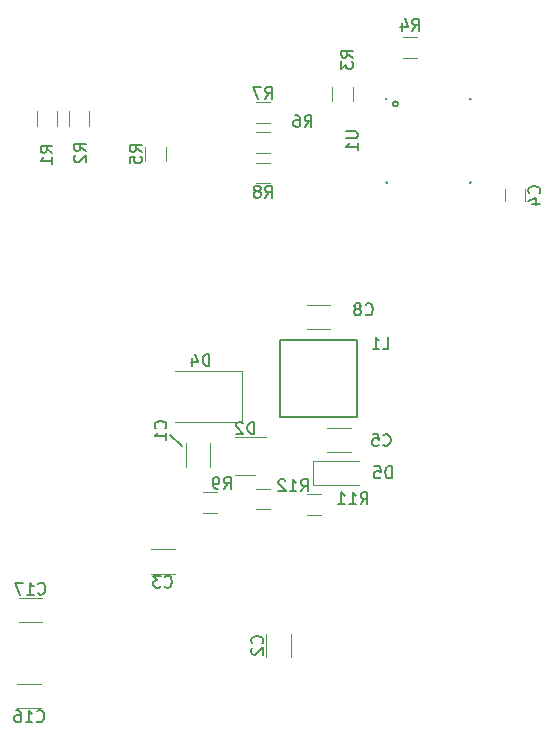
<source format=gbr>
G04 #@! TF.GenerationSoftware,KiCad,Pcbnew,(5.1.2)-1*
G04 #@! TF.CreationDate,2019-12-09T15:18:37+03:00*
G04 #@! TF.ProjectId,controller_board,636f6e74-726f-46c6-9c65-725f626f6172,rev?*
G04 #@! TF.SameCoordinates,Original*
G04 #@! TF.FileFunction,Legend,Bot*
G04 #@! TF.FilePolarity,Positive*
%FSLAX46Y46*%
G04 Gerber Fmt 4.6, Leading zero omitted, Abs format (unit mm)*
G04 Created by KiCad (PCBNEW (5.1.2)-1) date 2019-12-09 15:18:37*
%MOMM*%
%LPD*%
G04 APERTURE LIST*
%ADD10C,0.150000*%
%ADD11C,0.120000*%
%ADD12C,0.200000*%
G04 APERTURE END LIST*
D10*
X144650000Y-106800000D02*
X145600000Y-107750000D01*
D11*
X131800000Y-120580000D02*
X133800000Y-120580000D01*
X133800000Y-122620000D02*
X131800000Y-122620000D01*
X133700000Y-129920000D02*
X131700000Y-129920000D01*
X131700000Y-127880000D02*
X133700000Y-127880000D01*
X148020000Y-107500000D02*
X148020000Y-109500000D01*
X145980000Y-109500000D02*
X145980000Y-107500000D01*
X152780000Y-125600000D02*
X152780000Y-123600000D01*
X154820000Y-123600000D02*
X154820000Y-125600000D01*
X145000000Y-118520000D02*
X143000000Y-118520000D01*
X143000000Y-116480000D02*
X145000000Y-116480000D01*
X174650000Y-86000000D02*
X174650000Y-87000000D01*
X172950000Y-87000000D02*
X172950000Y-86000000D01*
X159900000Y-108220000D02*
X157900000Y-108220000D01*
X157900000Y-106180000D02*
X159900000Y-106180000D01*
X156200000Y-95780000D02*
X158200000Y-95780000D01*
X158200000Y-97820000D02*
X156200000Y-97820000D01*
X150150000Y-107000000D02*
X152750000Y-107000000D01*
X150150000Y-110200000D02*
X151850000Y-110200000D01*
X150750000Y-101350000D02*
X150750000Y-105650000D01*
X150750000Y-105650000D02*
X145050000Y-105650000D01*
X150750000Y-101350000D02*
X145050000Y-101350000D01*
X156750000Y-111000000D02*
X156750000Y-109000000D01*
X156750000Y-109000000D02*
X160650000Y-109000000D01*
X156750000Y-111000000D02*
X160650000Y-111000000D01*
D10*
X160450000Y-98750000D02*
X153950000Y-98750000D01*
X153950000Y-98750000D02*
X153950000Y-105250000D01*
X153950000Y-105250000D02*
X160450000Y-105250000D01*
X160450000Y-105250000D02*
X160450000Y-98750000D01*
X163923607Y-78750000D02*
G75*
G03X163923607Y-78750000I-223607J0D01*
G01*
X162900000Y-78350000D02*
X163000000Y-78250000D01*
X163000000Y-85450000D02*
X163000000Y-85350000D01*
X163000000Y-85350000D02*
X162900000Y-85350000D01*
X170000000Y-78250000D02*
X170000000Y-78350000D01*
X170000000Y-78350000D02*
X170100000Y-78350000D01*
X170000000Y-85450000D02*
X170000000Y-85350000D01*
X170000000Y-85350000D02*
X170100000Y-85350000D01*
D11*
X135080000Y-80600000D02*
X135080000Y-79400000D01*
X133320000Y-79400000D02*
X133320000Y-80600000D01*
X137780000Y-80600000D02*
X137780000Y-79400000D01*
X136020000Y-79400000D02*
X136020000Y-80600000D01*
X158320000Y-77300000D02*
X158320000Y-78500000D01*
X160080000Y-78500000D02*
X160080000Y-77300000D01*
X165500000Y-73120000D02*
X164300000Y-73120000D01*
X164300000Y-74880000D02*
X165500000Y-74880000D01*
X144280000Y-83600000D02*
X144280000Y-82400000D01*
X142520000Y-82400000D02*
X142520000Y-83600000D01*
X151900000Y-82880000D02*
X153100000Y-82880000D01*
X153100000Y-81120000D02*
X151900000Y-81120000D01*
X151900000Y-80380000D02*
X153100000Y-80380000D01*
X153100000Y-78620000D02*
X151900000Y-78620000D01*
X153100000Y-83720000D02*
X151900000Y-83720000D01*
X151900000Y-85480000D02*
X153100000Y-85480000D01*
X147400000Y-113380000D02*
X148600000Y-113380000D01*
X148600000Y-111620000D02*
X147400000Y-111620000D01*
X157400000Y-111820000D02*
X156200000Y-111820000D01*
X156200000Y-113580000D02*
X157400000Y-113580000D01*
X153100000Y-111320000D02*
X151900000Y-111320000D01*
X151900000Y-113080000D02*
X153100000Y-113080000D01*
D12*
X133442857Y-120207142D02*
X133490476Y-120254761D01*
X133633333Y-120302380D01*
X133728571Y-120302380D01*
X133871428Y-120254761D01*
X133966666Y-120159523D01*
X134014285Y-120064285D01*
X134061904Y-119873809D01*
X134061904Y-119730952D01*
X134014285Y-119540476D01*
X133966666Y-119445238D01*
X133871428Y-119350000D01*
X133728571Y-119302380D01*
X133633333Y-119302380D01*
X133490476Y-119350000D01*
X133442857Y-119397619D01*
X132490476Y-120302380D02*
X133061904Y-120302380D01*
X132776190Y-120302380D02*
X132776190Y-119302380D01*
X132871428Y-119445238D01*
X132966666Y-119540476D01*
X133061904Y-119588095D01*
X132157142Y-119302380D02*
X131490476Y-119302380D01*
X131919047Y-120302380D01*
X133342857Y-131007142D02*
X133390476Y-131054761D01*
X133533333Y-131102380D01*
X133628571Y-131102380D01*
X133771428Y-131054761D01*
X133866666Y-130959523D01*
X133914285Y-130864285D01*
X133961904Y-130673809D01*
X133961904Y-130530952D01*
X133914285Y-130340476D01*
X133866666Y-130245238D01*
X133771428Y-130150000D01*
X133628571Y-130102380D01*
X133533333Y-130102380D01*
X133390476Y-130150000D01*
X133342857Y-130197619D01*
X132390476Y-131102380D02*
X132961904Y-131102380D01*
X132676190Y-131102380D02*
X132676190Y-130102380D01*
X132771428Y-130245238D01*
X132866666Y-130340476D01*
X132961904Y-130388095D01*
X131533333Y-130102380D02*
X131723809Y-130102380D01*
X131819047Y-130150000D01*
X131866666Y-130197619D01*
X131961904Y-130340476D01*
X132009523Y-130530952D01*
X132009523Y-130911904D01*
X131961904Y-131007142D01*
X131914285Y-131054761D01*
X131819047Y-131102380D01*
X131628571Y-131102380D01*
X131533333Y-131054761D01*
X131485714Y-131007142D01*
X131438095Y-130911904D01*
X131438095Y-130673809D01*
X131485714Y-130578571D01*
X131533333Y-130530952D01*
X131628571Y-130483333D01*
X131819047Y-130483333D01*
X131914285Y-130530952D01*
X131961904Y-130578571D01*
X132009523Y-130673809D01*
X144207142Y-106233333D02*
X144254761Y-106185714D01*
X144302380Y-106042857D01*
X144302380Y-105947619D01*
X144254761Y-105804761D01*
X144159523Y-105709523D01*
X144064285Y-105661904D01*
X143873809Y-105614285D01*
X143730952Y-105614285D01*
X143540476Y-105661904D01*
X143445238Y-105709523D01*
X143350000Y-105804761D01*
X143302380Y-105947619D01*
X143302380Y-106042857D01*
X143350000Y-106185714D01*
X143397619Y-106233333D01*
X144302380Y-107185714D02*
X144302380Y-106614285D01*
X144302380Y-106900000D02*
X143302380Y-106900000D01*
X143445238Y-106804761D01*
X143540476Y-106709523D01*
X143588095Y-106614285D01*
X152407142Y-124433333D02*
X152454761Y-124385714D01*
X152502380Y-124242857D01*
X152502380Y-124147619D01*
X152454761Y-124004761D01*
X152359523Y-123909523D01*
X152264285Y-123861904D01*
X152073809Y-123814285D01*
X151930952Y-123814285D01*
X151740476Y-123861904D01*
X151645238Y-123909523D01*
X151550000Y-124004761D01*
X151502380Y-124147619D01*
X151502380Y-124242857D01*
X151550000Y-124385714D01*
X151597619Y-124433333D01*
X151597619Y-124814285D02*
X151550000Y-124861904D01*
X151502380Y-124957142D01*
X151502380Y-125195238D01*
X151550000Y-125290476D01*
X151597619Y-125338095D01*
X151692857Y-125385714D01*
X151788095Y-125385714D01*
X151930952Y-125338095D01*
X152502380Y-124766666D01*
X152502380Y-125385714D01*
X144166666Y-119607142D02*
X144214285Y-119654761D01*
X144357142Y-119702380D01*
X144452380Y-119702380D01*
X144595238Y-119654761D01*
X144690476Y-119559523D01*
X144738095Y-119464285D01*
X144785714Y-119273809D01*
X144785714Y-119130952D01*
X144738095Y-118940476D01*
X144690476Y-118845238D01*
X144595238Y-118750000D01*
X144452380Y-118702380D01*
X144357142Y-118702380D01*
X144214285Y-118750000D01*
X144166666Y-118797619D01*
X143833333Y-118702380D02*
X143214285Y-118702380D01*
X143547619Y-119083333D01*
X143404761Y-119083333D01*
X143309523Y-119130952D01*
X143261904Y-119178571D01*
X143214285Y-119273809D01*
X143214285Y-119511904D01*
X143261904Y-119607142D01*
X143309523Y-119654761D01*
X143404761Y-119702380D01*
X143690476Y-119702380D01*
X143785714Y-119654761D01*
X143833333Y-119607142D01*
X175857142Y-86333333D02*
X175904761Y-86285714D01*
X175952380Y-86142857D01*
X175952380Y-86047619D01*
X175904761Y-85904761D01*
X175809523Y-85809523D01*
X175714285Y-85761904D01*
X175523809Y-85714285D01*
X175380952Y-85714285D01*
X175190476Y-85761904D01*
X175095238Y-85809523D01*
X175000000Y-85904761D01*
X174952380Y-86047619D01*
X174952380Y-86142857D01*
X175000000Y-86285714D01*
X175047619Y-86333333D01*
X175285714Y-87190476D02*
X175952380Y-87190476D01*
X174904761Y-86952380D02*
X175619047Y-86714285D01*
X175619047Y-87333333D01*
X162666666Y-107607142D02*
X162714285Y-107654761D01*
X162857142Y-107702380D01*
X162952380Y-107702380D01*
X163095238Y-107654761D01*
X163190476Y-107559523D01*
X163238095Y-107464285D01*
X163285714Y-107273809D01*
X163285714Y-107130952D01*
X163238095Y-106940476D01*
X163190476Y-106845238D01*
X163095238Y-106750000D01*
X162952380Y-106702380D01*
X162857142Y-106702380D01*
X162714285Y-106750000D01*
X162666666Y-106797619D01*
X161761904Y-106702380D02*
X162238095Y-106702380D01*
X162285714Y-107178571D01*
X162238095Y-107130952D01*
X162142857Y-107083333D01*
X161904761Y-107083333D01*
X161809523Y-107130952D01*
X161761904Y-107178571D01*
X161714285Y-107273809D01*
X161714285Y-107511904D01*
X161761904Y-107607142D01*
X161809523Y-107654761D01*
X161904761Y-107702380D01*
X162142857Y-107702380D01*
X162238095Y-107654761D01*
X162285714Y-107607142D01*
X161166666Y-96557142D02*
X161214285Y-96604761D01*
X161357142Y-96652380D01*
X161452380Y-96652380D01*
X161595238Y-96604761D01*
X161690476Y-96509523D01*
X161738095Y-96414285D01*
X161785714Y-96223809D01*
X161785714Y-96080952D01*
X161738095Y-95890476D01*
X161690476Y-95795238D01*
X161595238Y-95700000D01*
X161452380Y-95652380D01*
X161357142Y-95652380D01*
X161214285Y-95700000D01*
X161166666Y-95747619D01*
X160595238Y-96080952D02*
X160690476Y-96033333D01*
X160738095Y-95985714D01*
X160785714Y-95890476D01*
X160785714Y-95842857D01*
X160738095Y-95747619D01*
X160690476Y-95700000D01*
X160595238Y-95652380D01*
X160404761Y-95652380D01*
X160309523Y-95700000D01*
X160261904Y-95747619D01*
X160214285Y-95842857D01*
X160214285Y-95890476D01*
X160261904Y-95985714D01*
X160309523Y-96033333D01*
X160404761Y-96080952D01*
X160595238Y-96080952D01*
X160690476Y-96128571D01*
X160738095Y-96176190D01*
X160785714Y-96271428D01*
X160785714Y-96461904D01*
X160738095Y-96557142D01*
X160690476Y-96604761D01*
X160595238Y-96652380D01*
X160404761Y-96652380D01*
X160309523Y-96604761D01*
X160261904Y-96557142D01*
X160214285Y-96461904D01*
X160214285Y-96271428D01*
X160261904Y-96176190D01*
X160309523Y-96128571D01*
X160404761Y-96080952D01*
X151738095Y-106702380D02*
X151738095Y-105702380D01*
X151500000Y-105702380D01*
X151357142Y-105750000D01*
X151261904Y-105845238D01*
X151214285Y-105940476D01*
X151166666Y-106130952D01*
X151166666Y-106273809D01*
X151214285Y-106464285D01*
X151261904Y-106559523D01*
X151357142Y-106654761D01*
X151500000Y-106702380D01*
X151738095Y-106702380D01*
X150785714Y-105797619D02*
X150738095Y-105750000D01*
X150642857Y-105702380D01*
X150404761Y-105702380D01*
X150309523Y-105750000D01*
X150261904Y-105797619D01*
X150214285Y-105892857D01*
X150214285Y-105988095D01*
X150261904Y-106130952D01*
X150833333Y-106702380D01*
X150214285Y-106702380D01*
X147938095Y-100952380D02*
X147938095Y-99952380D01*
X147700000Y-99952380D01*
X147557142Y-100000000D01*
X147461904Y-100095238D01*
X147414285Y-100190476D01*
X147366666Y-100380952D01*
X147366666Y-100523809D01*
X147414285Y-100714285D01*
X147461904Y-100809523D01*
X147557142Y-100904761D01*
X147700000Y-100952380D01*
X147938095Y-100952380D01*
X146509523Y-100285714D02*
X146509523Y-100952380D01*
X146747619Y-99904761D02*
X146985714Y-100619047D01*
X146366666Y-100619047D01*
X163388095Y-110452380D02*
X163388095Y-109452380D01*
X163150000Y-109452380D01*
X163007142Y-109500000D01*
X162911904Y-109595238D01*
X162864285Y-109690476D01*
X162816666Y-109880952D01*
X162816666Y-110023809D01*
X162864285Y-110214285D01*
X162911904Y-110309523D01*
X163007142Y-110404761D01*
X163150000Y-110452380D01*
X163388095Y-110452380D01*
X161911904Y-109452380D02*
X162388095Y-109452380D01*
X162435714Y-109928571D01*
X162388095Y-109880952D01*
X162292857Y-109833333D01*
X162054761Y-109833333D01*
X161959523Y-109880952D01*
X161911904Y-109928571D01*
X161864285Y-110023809D01*
X161864285Y-110261904D01*
X161911904Y-110357142D01*
X161959523Y-110404761D01*
X162054761Y-110452380D01*
X162292857Y-110452380D01*
X162388095Y-110404761D01*
X162435714Y-110357142D01*
X162616666Y-99502380D02*
X163092857Y-99502380D01*
X163092857Y-98502380D01*
X161759523Y-99502380D02*
X162330952Y-99502380D01*
X162045238Y-99502380D02*
X162045238Y-98502380D01*
X162140476Y-98645238D01*
X162235714Y-98740476D01*
X162330952Y-98788095D01*
X159502380Y-81088095D02*
X160311904Y-81088095D01*
X160407142Y-81135714D01*
X160454761Y-81183333D01*
X160502380Y-81278571D01*
X160502380Y-81469047D01*
X160454761Y-81564285D01*
X160407142Y-81611904D01*
X160311904Y-81659523D01*
X159502380Y-81659523D01*
X160502380Y-82659523D02*
X160502380Y-82088095D01*
X160502380Y-82373809D02*
X159502380Y-82373809D01*
X159645238Y-82278571D01*
X159740476Y-82183333D01*
X159788095Y-82088095D01*
X134652380Y-82883333D02*
X134176190Y-82550000D01*
X134652380Y-82311904D02*
X133652380Y-82311904D01*
X133652380Y-82692857D01*
X133700000Y-82788095D01*
X133747619Y-82835714D01*
X133842857Y-82883333D01*
X133985714Y-82883333D01*
X134080952Y-82835714D01*
X134128571Y-82788095D01*
X134176190Y-82692857D01*
X134176190Y-82311904D01*
X134652380Y-83835714D02*
X134652380Y-83264285D01*
X134652380Y-83550000D02*
X133652380Y-83550000D01*
X133795238Y-83454761D01*
X133890476Y-83359523D01*
X133938095Y-83264285D01*
X137502380Y-82733333D02*
X137026190Y-82400000D01*
X137502380Y-82161904D02*
X136502380Y-82161904D01*
X136502380Y-82542857D01*
X136550000Y-82638095D01*
X136597619Y-82685714D01*
X136692857Y-82733333D01*
X136835714Y-82733333D01*
X136930952Y-82685714D01*
X136978571Y-82638095D01*
X137026190Y-82542857D01*
X137026190Y-82161904D01*
X136597619Y-83114285D02*
X136550000Y-83161904D01*
X136502380Y-83257142D01*
X136502380Y-83495238D01*
X136550000Y-83590476D01*
X136597619Y-83638095D01*
X136692857Y-83685714D01*
X136788095Y-83685714D01*
X136930952Y-83638095D01*
X137502380Y-83066666D01*
X137502380Y-83685714D01*
X160102380Y-74833333D02*
X159626190Y-74500000D01*
X160102380Y-74261904D02*
X159102380Y-74261904D01*
X159102380Y-74642857D01*
X159150000Y-74738095D01*
X159197619Y-74785714D01*
X159292857Y-74833333D01*
X159435714Y-74833333D01*
X159530952Y-74785714D01*
X159578571Y-74738095D01*
X159626190Y-74642857D01*
X159626190Y-74261904D01*
X159102380Y-75166666D02*
X159102380Y-75785714D01*
X159483333Y-75452380D01*
X159483333Y-75595238D01*
X159530952Y-75690476D01*
X159578571Y-75738095D01*
X159673809Y-75785714D01*
X159911904Y-75785714D01*
X160007142Y-75738095D01*
X160054761Y-75690476D01*
X160102380Y-75595238D01*
X160102380Y-75309523D01*
X160054761Y-75214285D01*
X160007142Y-75166666D01*
X165116666Y-72552380D02*
X165450000Y-72076190D01*
X165688095Y-72552380D02*
X165688095Y-71552380D01*
X165307142Y-71552380D01*
X165211904Y-71600000D01*
X165164285Y-71647619D01*
X165116666Y-71742857D01*
X165116666Y-71885714D01*
X165164285Y-71980952D01*
X165211904Y-72028571D01*
X165307142Y-72076190D01*
X165688095Y-72076190D01*
X164259523Y-71885714D02*
X164259523Y-72552380D01*
X164497619Y-71504761D02*
X164735714Y-72219047D01*
X164116666Y-72219047D01*
X142202380Y-82833333D02*
X141726190Y-82500000D01*
X142202380Y-82261904D02*
X141202380Y-82261904D01*
X141202380Y-82642857D01*
X141250000Y-82738095D01*
X141297619Y-82785714D01*
X141392857Y-82833333D01*
X141535714Y-82833333D01*
X141630952Y-82785714D01*
X141678571Y-82738095D01*
X141726190Y-82642857D01*
X141726190Y-82261904D01*
X141202380Y-83738095D02*
X141202380Y-83261904D01*
X141678571Y-83214285D01*
X141630952Y-83261904D01*
X141583333Y-83357142D01*
X141583333Y-83595238D01*
X141630952Y-83690476D01*
X141678571Y-83738095D01*
X141773809Y-83785714D01*
X142011904Y-83785714D01*
X142107142Y-83738095D01*
X142154761Y-83690476D01*
X142202380Y-83595238D01*
X142202380Y-83357142D01*
X142154761Y-83261904D01*
X142107142Y-83214285D01*
X156016666Y-80702380D02*
X156350000Y-80226190D01*
X156588095Y-80702380D02*
X156588095Y-79702380D01*
X156207142Y-79702380D01*
X156111904Y-79750000D01*
X156064285Y-79797619D01*
X156016666Y-79892857D01*
X156016666Y-80035714D01*
X156064285Y-80130952D01*
X156111904Y-80178571D01*
X156207142Y-80226190D01*
X156588095Y-80226190D01*
X155159523Y-79702380D02*
X155350000Y-79702380D01*
X155445238Y-79750000D01*
X155492857Y-79797619D01*
X155588095Y-79940476D01*
X155635714Y-80130952D01*
X155635714Y-80511904D01*
X155588095Y-80607142D01*
X155540476Y-80654761D01*
X155445238Y-80702380D01*
X155254761Y-80702380D01*
X155159523Y-80654761D01*
X155111904Y-80607142D01*
X155064285Y-80511904D01*
X155064285Y-80273809D01*
X155111904Y-80178571D01*
X155159523Y-80130952D01*
X155254761Y-80083333D01*
X155445238Y-80083333D01*
X155540476Y-80130952D01*
X155588095Y-80178571D01*
X155635714Y-80273809D01*
X152666666Y-78302380D02*
X153000000Y-77826190D01*
X153238095Y-78302380D02*
X153238095Y-77302380D01*
X152857142Y-77302380D01*
X152761904Y-77350000D01*
X152714285Y-77397619D01*
X152666666Y-77492857D01*
X152666666Y-77635714D01*
X152714285Y-77730952D01*
X152761904Y-77778571D01*
X152857142Y-77826190D01*
X153238095Y-77826190D01*
X152333333Y-77302380D02*
X151666666Y-77302380D01*
X152095238Y-78302380D01*
X152666666Y-86702380D02*
X153000000Y-86226190D01*
X153238095Y-86702380D02*
X153238095Y-85702380D01*
X152857142Y-85702380D01*
X152761904Y-85750000D01*
X152714285Y-85797619D01*
X152666666Y-85892857D01*
X152666666Y-86035714D01*
X152714285Y-86130952D01*
X152761904Y-86178571D01*
X152857142Y-86226190D01*
X153238095Y-86226190D01*
X152095238Y-86130952D02*
X152190476Y-86083333D01*
X152238095Y-86035714D01*
X152285714Y-85940476D01*
X152285714Y-85892857D01*
X152238095Y-85797619D01*
X152190476Y-85750000D01*
X152095238Y-85702380D01*
X151904761Y-85702380D01*
X151809523Y-85750000D01*
X151761904Y-85797619D01*
X151714285Y-85892857D01*
X151714285Y-85940476D01*
X151761904Y-86035714D01*
X151809523Y-86083333D01*
X151904761Y-86130952D01*
X152095238Y-86130952D01*
X152190476Y-86178571D01*
X152238095Y-86226190D01*
X152285714Y-86321428D01*
X152285714Y-86511904D01*
X152238095Y-86607142D01*
X152190476Y-86654761D01*
X152095238Y-86702380D01*
X151904761Y-86702380D01*
X151809523Y-86654761D01*
X151761904Y-86607142D01*
X151714285Y-86511904D01*
X151714285Y-86321428D01*
X151761904Y-86226190D01*
X151809523Y-86178571D01*
X151904761Y-86130952D01*
X149166666Y-111352380D02*
X149500000Y-110876190D01*
X149738095Y-111352380D02*
X149738095Y-110352380D01*
X149357142Y-110352380D01*
X149261904Y-110400000D01*
X149214285Y-110447619D01*
X149166666Y-110542857D01*
X149166666Y-110685714D01*
X149214285Y-110780952D01*
X149261904Y-110828571D01*
X149357142Y-110876190D01*
X149738095Y-110876190D01*
X148690476Y-111352380D02*
X148500000Y-111352380D01*
X148404761Y-111304761D01*
X148357142Y-111257142D01*
X148261904Y-111114285D01*
X148214285Y-110923809D01*
X148214285Y-110542857D01*
X148261904Y-110447619D01*
X148309523Y-110400000D01*
X148404761Y-110352380D01*
X148595238Y-110352380D01*
X148690476Y-110400000D01*
X148738095Y-110447619D01*
X148785714Y-110542857D01*
X148785714Y-110780952D01*
X148738095Y-110876190D01*
X148690476Y-110923809D01*
X148595238Y-110971428D01*
X148404761Y-110971428D01*
X148309523Y-110923809D01*
X148261904Y-110876190D01*
X148214285Y-110780952D01*
X160742857Y-112652380D02*
X161076190Y-112176190D01*
X161314285Y-112652380D02*
X161314285Y-111652380D01*
X160933333Y-111652380D01*
X160838095Y-111700000D01*
X160790476Y-111747619D01*
X160742857Y-111842857D01*
X160742857Y-111985714D01*
X160790476Y-112080952D01*
X160838095Y-112128571D01*
X160933333Y-112176190D01*
X161314285Y-112176190D01*
X159790476Y-112652380D02*
X160361904Y-112652380D01*
X160076190Y-112652380D02*
X160076190Y-111652380D01*
X160171428Y-111795238D01*
X160266666Y-111890476D01*
X160361904Y-111938095D01*
X158838095Y-112652380D02*
X159409523Y-112652380D01*
X159123809Y-112652380D02*
X159123809Y-111652380D01*
X159219047Y-111795238D01*
X159314285Y-111890476D01*
X159409523Y-111938095D01*
X155692857Y-111552380D02*
X156026190Y-111076190D01*
X156264285Y-111552380D02*
X156264285Y-110552380D01*
X155883333Y-110552380D01*
X155788095Y-110600000D01*
X155740476Y-110647619D01*
X155692857Y-110742857D01*
X155692857Y-110885714D01*
X155740476Y-110980952D01*
X155788095Y-111028571D01*
X155883333Y-111076190D01*
X156264285Y-111076190D01*
X154740476Y-111552380D02*
X155311904Y-111552380D01*
X155026190Y-111552380D02*
X155026190Y-110552380D01*
X155121428Y-110695238D01*
X155216666Y-110790476D01*
X155311904Y-110838095D01*
X154359523Y-110647619D02*
X154311904Y-110600000D01*
X154216666Y-110552380D01*
X153978571Y-110552380D01*
X153883333Y-110600000D01*
X153835714Y-110647619D01*
X153788095Y-110742857D01*
X153788095Y-110838095D01*
X153835714Y-110980952D01*
X154407142Y-111552380D01*
X153788095Y-111552380D01*
M02*

</source>
